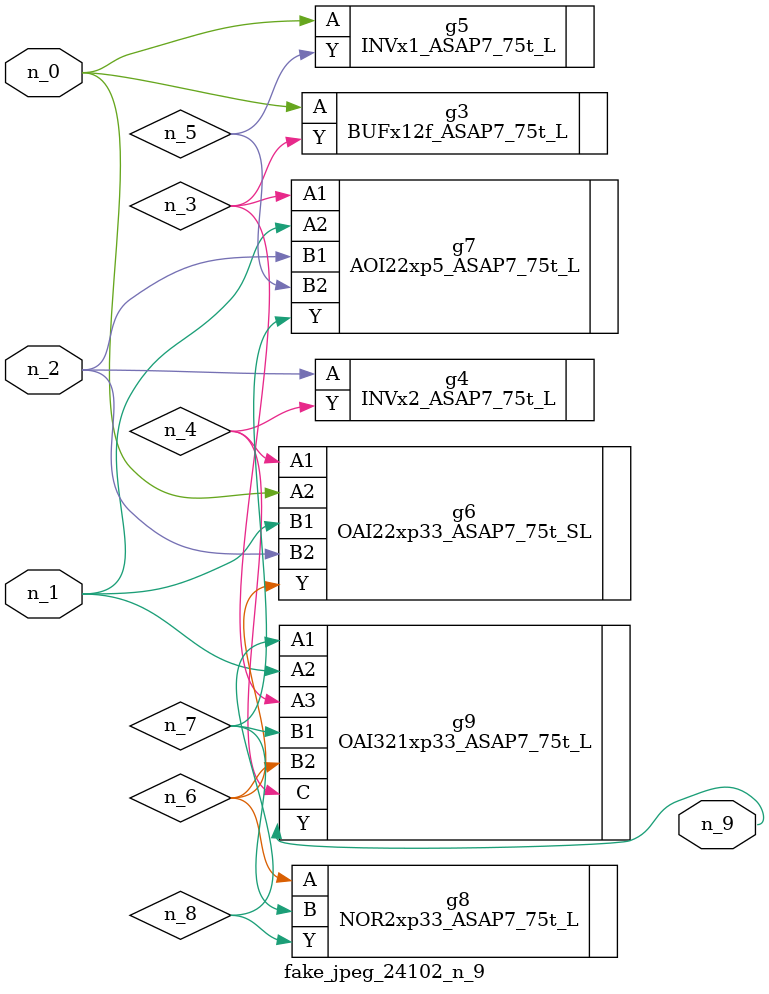
<source format=v>
module fake_jpeg_24102_n_9 (n_0, n_2, n_1, n_9);

input n_0;
input n_2;
input n_1;

output n_9;

wire n_3;
wire n_4;
wire n_8;
wire n_6;
wire n_5;
wire n_7;

BUFx12f_ASAP7_75t_L g3 ( 
.A(n_0),
.Y(n_3)
);

INVx2_ASAP7_75t_L g4 ( 
.A(n_2),
.Y(n_4)
);

INVx1_ASAP7_75t_L g5 ( 
.A(n_0),
.Y(n_5)
);

OAI22xp33_ASAP7_75t_SL g6 ( 
.A1(n_4),
.A2(n_0),
.B1(n_1),
.B2(n_2),
.Y(n_6)
);

NOR2xp33_ASAP7_75t_L g8 ( 
.A(n_6),
.B(n_7),
.Y(n_8)
);

AOI22xp5_ASAP7_75t_L g7 ( 
.A1(n_3),
.A2(n_1),
.B1(n_2),
.B2(n_5),
.Y(n_7)
);

OAI321xp33_ASAP7_75t_L g9 ( 
.A1(n_8),
.A2(n_1),
.A3(n_3),
.B1(n_7),
.B2(n_6),
.C(n_4),
.Y(n_9)
);


endmodule
</source>
